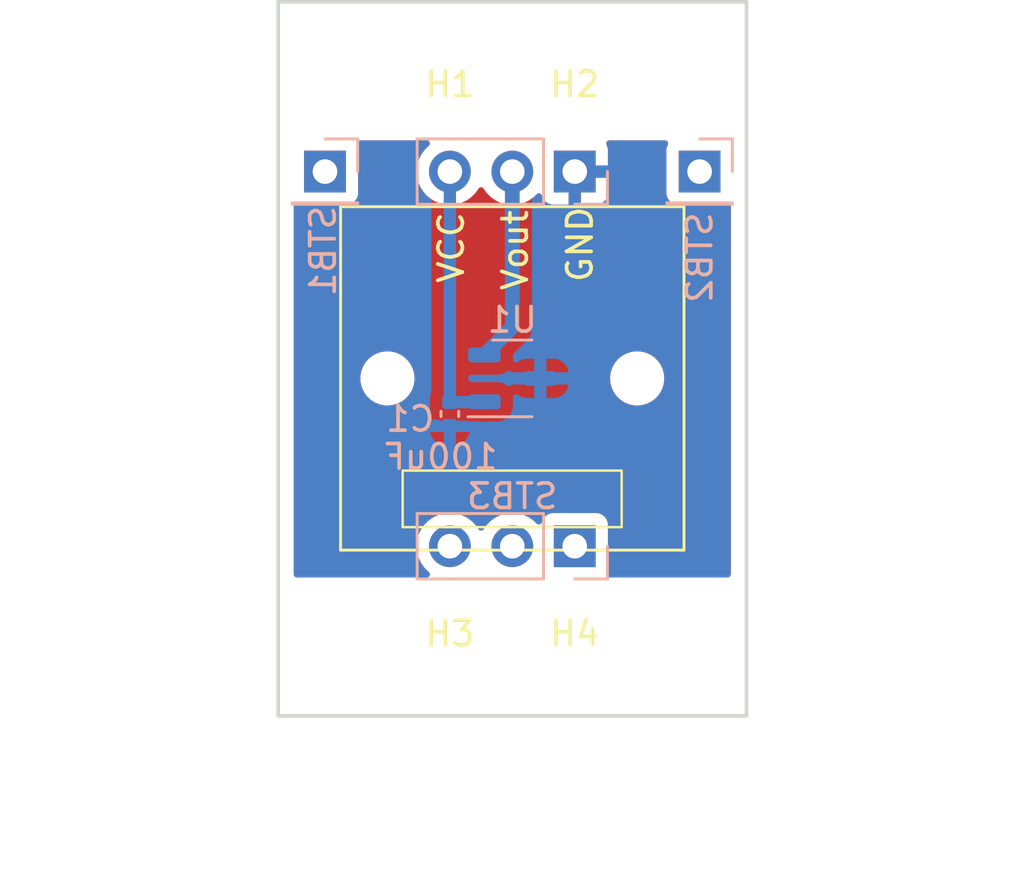
<source format=kicad_pcb>
(kicad_pcb (version 20221018) (generator pcbnew)
  (layers (0 "F.Cu" power) (31 "B.Cu" mixed) (34 "B.Paste" user) (35 "F.Paste" user) (36 "B.SilkS" user "B.Silkscreen") (37 "F.SilkS" user "F.Silkscreen") (38 "B.Mask" user) (39 "F.Mask" user) (44 "Edge.Cuts" user))
  (net 0 "")
  (net 1 "/Vout")
  (net 2 "GND")
  (net 3 "VCC")
  (footprint "Button_Switch_Keyboard:SW_Lekker_MX_1.00u_PCB" (layer "F.Cu") (at 100 100.79375 180)
    (fp_text reference "SW" hide)
    (fp_text value "SW_Lekker_MX_1.00u_PCB")
    (fp_line (start -6.985 -6.985) (end 6.985 -6.985) (stroke (width 0.12)) (layer "F.SilkS"))
    (fp_line (start -6.985 6.985) (end -6.985 -6.985) (stroke (width 0.12)) (layer "F.SilkS"))
    (fp_line (start 6.985 -6.985) (end 6.985 6.985) (stroke (width 0.12)) (layer "F.SilkS"))
    (fp_line (start 6.985 6.985) (end -6.985 6.985) (stroke (width 0.12)) (layer "F.SilkS"))
    (fp_rect (start -4.45 -6.05) (end 4.46 -3.75) (stroke (width 0.1)) (fill none) (layer "F.SilkS"))
    (pad "" np_thru_hole circle (at -5.08 0 180) (size 1.7 1.7) (drill 1.7) (layers "*.Cu" "*.Mask"))
    (pad "" np_thru_hole circle (at 5.08 0 180) (size 1.7 1.7) (drill 1.7) (layers "*.Cu" "*.Mask"))
  )
  (footprint "MountingHole:MountingHole_2.2mm_M2" (layer "F.Cu") (at 93.904 88.824)
    (fp_text reference "H1" (at 3.556 0) (layer "F.SilkS"))
    (fp_text value "MountingHole_2.2mm_M2")
    (pad "" np_thru_hole circle (at 0 0) (size 2.2 2.2) (drill 2.2) (layers "*.Cu" "*.Mask"))
  )
  (footprint "MountingHole:MountingHole_2.2mm_M2" (layer "F.Cu") (at 93.904 111.176)
    (fp_text reference "H3" (at 3.556 0) (layer "F.SilkS"))
    (fp_text value "MountingHole_2.2mm_M2")
    (pad "" np_thru_hole circle (at 0 0) (size 2.2 2.2) (drill 2.2) (layers "*.Cu" "*.Mask"))
  )
  (footprint "Panelization:mouse-bite-19mm" (layer "F.Cu") (at 100 109.525)
    (fp_text reference "MOUSE2" hide)
    (fp_text value "mouse-bite-19mm" hide)
    (pad "" np_thru_hole circle (at -9 0) (size 0.5 0.5) (drill 0.5) (layers "*.Cu" "*.Mask"))
    (pad "" np_thru_hole circle (at -8.25 0) (size 0.5 0.5) (drill 0.5) (layers "*.Cu" "*.Mask"))
    (pad "" np_thru_hole circle (at -7.5 0) (size 0.5 0.5) (drill 0.5) (layers "*.Cu" "*.Mask"))
    (pad "" np_thru_hole circle (at -6.75 0) (size 0.5 0.5) (drill 0.5) (layers "*.Cu" "*.Mask"))
    (pad "" np_thru_hole circle (at -6 0) (size 0.5 0.5) (drill 0.5) (layers "*.Cu" "*.Mask"))
    (pad "" np_thru_hole circle (at -5.25 0) (size 0.5 0.5) (drill 0.5) (layers "*.Cu" "*.Mask"))
    (pad "" np_thru_hole circle (at -4.5 0) (size 0.5 0.5) (drill 0.5) (layers "*.Cu" "*.Mask"))
    (pad "" np_thru_hole circle (at -3.75 0) (size 0.5 0.5) (drill 0.5) (layers "*.Cu" "*.Mask"))
    (pad "" np_thru_hole circle (at -3 0) (size 0.5 0.5) (drill 0.5) (layers "*.Cu" "*.Mask"))
    (pad "" np_thru_hole circle (at -2.25 0) (size 0.5 0.5) (drill 0.5) (layers "*.Cu" "*.Mask"))
    (pad "" np_thru_hole circle (at -1.5 0) (size 0.5 0.5) (drill 0.5) (layers "*.Cu" "*.Mask"))
    (pad "" np_thru_hole circle (at -0.75 0) (size 0.5 0.5) (drill 0.5) (layers "*.Cu" "*.Mask"))
    (pad "" np_thru_hole circle (at 0 0) (size 0.5 0.5) (drill 0.5) (layers "*.Cu" "*.Mask"))
    (pad "" np_thru_hole circle (at 0.75 0) (size 0.5 0.5) (drill 0.5) (layers "*.Cu" "*.Mask"))
    (pad "" np_thru_hole circle (at 1.5 0) (size 0.5 0.5) (drill 0.5) (layers "*.Cu" "*.Mask"))
    (pad "" np_thru_hole circle (at 2.25 0) (size 0.5 0.5) (drill 0.5) (layers "*.Cu" "*.Mask"))
    (pad "" np_thru_hole circle (at 3 0) (size 0.5 0.5) (drill 0.5) (layers "*.Cu" "*.Mask"))
    (pad "" np_thru_hole circle (at 3.75 0) (size 0.5 0.5) (drill 0.5) (layers "*.Cu" "*.Mask"))
    (pad "" np_thru_hole circle (at 4.5 0) (size 0.5 0.5) (drill 0.5) (layers "*.Cu" "*.Mask"))
    (pad "" np_thru_hole circle (at 5.25 0) (size 0.5 0.5) (drill 0.5) (layers "*.Cu" "*.Mask"))
    (pad "" np_thru_hole circle (at 6 0) (size 0.5 0.5) (drill 0.5) (layers "*.Cu" "*.Mask"))
    (pad "" np_thru_hole circle (at 6.75 0) (size 0.5 0.5) (drill 0.5) (layers "*.Cu" "*.Mask"))
    (pad "" np_thru_hole circle (at 7.5 0) (size 0.5 0.5) (drill 0.5) (layers "*.Cu" "*.Mask"))
    (pad "" np_thru_hole circle (at 8.25 0) (size 0.5 0.5) (drill 0.5) (layers "*.Cu" "*.Mask"))
    (pad "" np_thru_hole circle (at 9 0) (size 0.5 0.5) (drill 0.5) (layers "*.Cu" "*.Mask"))
  )
  (footprint "Panelization:mouse-bite-19mm" (layer "F.Cu") (at 99.9746 90.475)
    (fp_text reference "MOUSE1" hide)
    (fp_text value "mouse-bite-19mm" hide)
    (pad "" np_thru_hole circle (at -9 0) (size 0.5 0.5) (drill 0.5) (layers "*.Cu" "*.Mask"))
    (pad "" np_thru_hole circle (at -8.25 0) (size 0.5 0.5) (drill 0.5) (layers "*.Cu" "*.Mask"))
    (pad "" np_thru_hole circle (at -7.5 0) (size 0.5 0.5) (drill 0.5) (layers "*.Cu" "*.Mask"))
    (pad "" np_thru_hole circle (at -6.75 0) (size 0.5 0.5) (drill 0.5) (layers "*.Cu" "*.Mask"))
    (pad "" np_thru_hole circle (at -6 0) (size 0.5 0.5) (drill 0.5) (layers "*.Cu" "*.Mask"))
    (pad "" np_thru_hole circle (at -5.25 0) (size 0.5 0.5) (drill 0.5) (layers "*.Cu" "*.Mask"))
    (pad "" np_thru_hole circle (at -4.5 0) (size 0.5 0.5) (drill 0.5) (layers "*.Cu" "*.Mask"))
    (pad "" np_thru_hole circle (at -3.75 0) (size 0.5 0.5) (drill 0.5) (layers "*.Cu" "*.Mask"))
    (pad "" np_thru_hole circle (at -3 0) (size 0.5 0.5) (drill 0.5) (layers "*.Cu" "*.Mask"))
    (pad "" np_thru_hole circle (at -2.25 0) (size 0.5 0.5) (drill 0.5) (layers "*.Cu" "*.Mask"))
    (pad "" np_thru_hole circle (at -1.5 0) (size 0.5 0.5) (drill 0.5) (layers "*.Cu" "*.Mask"))
    (pad "" np_thru_hole circle (at -0.75 0) (size 0.5 0.5) (drill 0.5) (layers "*.Cu" "*.Mask"))
    (pad "" np_thru_hole circle (at 0 0) (size 0.5 0.5) (drill 0.5) (layers "*.Cu" "*.Mask"))
    (pad "" np_thru_hole circle (at 0.75 0) (size 0.5 0.5) (drill 0.5) (layers "*.Cu" "*.Mask"))
    (pad "" np_thru_hole circle (at 1.5 0) (size 0.5 0.5) (drill 0.5) (layers "*.Cu" "*.Mask"))
    (pad "" np_thru_hole circle (at 2.25 0) (size 0.5 0.5) (drill 0.5) (layers "*.Cu" "*.Mask"))
    (pad "" np_thru_hole circle (at 3 0) (size 0.5 0.5) (drill 0.5) (layers "*.Cu" "*.Mask"))
    (pad "" np_thru_hole circle (at 3.75 0) (size 0.5 0.5) (drill 0.5) (layers "*.Cu" "*.Mask"))
    (pad "" np_thru_hole circle (at 4.5 0) (size 0.5 0.5) (drill 0.5) (layers "*.Cu" "*.Mask"))
    (pad "" np_thru_hole circle (at 5.25 0) (size 0.5 0.5) (drill 0.5) (layers "*.Cu" "*.Mask"))
    (pad "" np_thru_hole circle (at 6 0) (size 0.5 0.5) (drill 0.5) (layers "*.Cu" "*.Mask"))
    (pad "" np_thru_hole circle (at 6.75 0) (size 0.5 0.5) (drill 0.5) (layers "*.Cu" "*.Mask"))
    (pad "" np_thru_hole circle (at 7.5 0) (size 0.5 0.5) (drill 0.5) (layers "*.Cu" "*.Mask"))
    (pad "" np_thru_hole circle (at 8.25 0) (size 0.5 0.5) (drill 0.5) (layers "*.Cu" "*.Mask"))
    (pad "" np_thru_hole circle (at 9 0) (size 0.5 0.5) (drill 0.5) (layers "*.Cu" "*.Mask"))
  )
  (footprint "MountingHole:MountingHole_2.2mm_M2" (layer "F.Cu") (at 106.096 111.176)
    (fp_text reference "H4" (at -3.556 0) (layer "F.SilkS"))
    (fp_text value "MountingHole_2.2mm_M2")
    (pad "" np_thru_hole circle (at 0 0) (size 2.2 2.2) (drill 2.2) (layers "*.Cu" "*.Mask"))
  )
  (footprint "MountingHole:MountingHole_2.2mm_M2" (layer "F.Cu") (at 106.096 88.824)
    (fp_text reference "H2" (at -3.556 0) (layer "F.SilkS"))
    (fp_text value "MountingHole_2.2mm_M2")
    (pad "" np_thru_hole circle (at 0 0) (size 2.2 2.2) (drill 2.2) (layers "*.Cu" "*.Mask"))
  )
  (footprint "Connector_PinHeader_2.54mm:PinHeader_1x03_P2.54mm_Vertical" (layer "B.Cu") (at 102.54 107.62 90)
    (fp_text reference "STB3" (at 2.032 -2.54) (layer "B.SilkS") (effects (justify mirror)))
    (fp_text value "PinHeader_1x03_P2.54mm_Vertical")
    (fp_line (start -1.33 -6.41) (end 1.33 -6.41) (stroke (width 0.12)) (layer "B.SilkS"))
    (fp_line (start -1.33 -1.27) (end -1.33 -6.41) (stroke (width 0.12)) (layer "B.SilkS"))
    (fp_line (start -1.33 -1.27) (end 1.33 -1.27) (stroke (width 0.12)) (layer "B.SilkS"))
    (fp_line (start -1.33 0) (end -1.33 1.33) (stroke (width 0.12)) (layer "B.SilkS"))
    (fp_line (start -1.33 1.33) (end 0 1.33) (stroke (width 0.12)) (layer "B.SilkS"))
    (fp_line (start 1.33 -1.27) (end 1.33 -6.41) (stroke (width 0.12)) (layer "B.SilkS"))
    (pad "1" thru_hole rect (at 0 0 90) (size 1.7 1.7) (drill 1) (layers "*.Cu" "*.Mask"))
    (pad "2" thru_hole oval (at 0 -2.54 90) (size 1.7 1.7) (drill 1) (layers "*.Cu" "*.Mask"))
    (pad "3" thru_hole oval (at 0 -5.08 90) (size 1.7 1.7) (drill 1) (layers "*.Cu" "*.Mask"))
  )
  (footprint "Connector_PinHeader_2.54mm:PinHeader_1x01_P2.54mm_Vertical" (layer "B.Cu") (at 92.38 92.38 180)
    (fp_text reference "STB1" (at 0.078508 -3.230927 90) (layer "B.SilkS") (effects (justify mirror)))
    (fp_text value "PinHeader_1x01_P2.54mm_Vertical")
    (fp_line (start -1.33 -1.33) (end 1.33 -1.33) (stroke (width 0.12)) (layer "B.SilkS"))
    (fp_line (start -1.33 -1.27) (end -1.33 -1.33) (stroke (width 0.12)) (layer "B.SilkS"))
    (fp_line (start -1.33 -1.27) (end 1.33 -1.27) (stroke (width 0.12)) (layer "B.SilkS"))
    (fp_line (start -1.33 0) (end -1.33 1.33) (stroke (width 0.12)) (layer "B.SilkS"))
    (fp_line (start -1.33 1.33) (end 0 1.33) (stroke (width 0.12)) (layer "B.SilkS"))
    (fp_line (start 1.33 -1.27) (end 1.33 -1.33) (stroke (width 0.12)) (layer "B.SilkS"))
    (pad "1" thru_hole rect (at 0 0 180) (size 1.7 1.7) (drill 1) (layers "*.Cu" "*.Mask"))
  )
  (footprint "Connector_PinHeader_2.54mm:PinHeader_1x01_P2.54mm_Vertical" (layer "B.Cu") (at 107.62 92.38 180)
    (fp_text reference "STB2" (at 0 -3.497883 90) (layer "B.SilkS") (effects (justify mirror)))
    (fp_text value "PinHeader_1x01_P2.54mm_Vertical")
    (fp_line (start -1.33 -1.33) (end 1.33 -1.33) (stroke (width 0.12)) (layer "B.SilkS"))
    (fp_line (start -1.33 -1.27) (end -1.33 -1.33) (stroke (width 0.12)) (layer "B.SilkS"))
    (fp_line (start -1.33 -1.27) (end 1.33 -1.27) (stroke (width 0.12)) (layer "B.SilkS"))
    (fp_line (start -1.33 0) (end -1.33 1.33) (stroke (width 0.12)) (layer "B.SilkS"))
    (fp_line (start -1.33 1.33) (end 0 1.33) (stroke (width 0.12)) (layer "B.SilkS"))
    (fp_line (start 1.33 -1.27) (end 1.33 -1.33) (stroke (width 0.12)) (layer "B.SilkS"))
    (pad "1" thru_hole rect (at 0 0 180) (size 1.7 1.7) (drill 1) (layers "*.Cu" "*.Mask"))
  )
  (footprint "Connector_PinHeader_2.54mm:PinHeader_1x03_P2.54mm_Vertical" (layer "B.Cu") (at 102.54 92.38 90)
    (fp_text reference "J1" hide)
    (fp_text value "Conn_01x03")
    (fp_line (start -1.33 -6.41) (end 1.33 -6.41) (stroke (width 0.12)) (layer "B.SilkS"))
    (fp_line (start -1.33 -1.27) (end -1.33 -6.41) (stroke (width 0.12)) (layer "B.SilkS"))
    (fp_line (start -1.33 -1.27) (end 1.33 -1.27) (stroke (width 0.12)) (layer "B.SilkS"))
    (fp_line (start -1.33 0) (end -1.33 1.33) (stroke (width 0.12)) (layer "B.SilkS"))
    (fp_line (start -1.33 1.33) (end 0 1.33) (stroke (width 0.12)) (layer "B.SilkS"))
    (fp_line (start 1.33 -1.27) (end 1.33 -6.41) (stroke (width 0.12)) (layer "B.SilkS"))
    (pad "1" thru_hole rect (at 0 0 90) (size 1.7 1.7) (drill 1) (layers "*.Cu" "*.Mask") (net 2 "GND"))
    (pad "2" thru_hole oval (at 0 -2.54 90) (size 1.7 1.7) (drill 1) (layers "*.Cu" "*.Mask") (net 1 "/Vout"))
    (pad "3" thru_hole oval (at 0 -5.08 90) (size 1.7 1.7) (drill 1) (layers "*.Cu" "*.Mask") (net 3 "VCC"))
  )
  (footprint "Package_TO_SOT_SMD:SOT-23-3" (layer "B.Cu") (at 100 100.79375)
    (fp_text reference "U1" (at 0 -2.38125 -360) (layer "B.SilkS") (effects (justify mirror)))
    (fp_text value "SLSS49E")
    (fp_line (start 0 -1.56) (end -0.8 -1.56) (stroke (width 0.12)) (layer "B.SilkS"))
    (fp_line (start 0 -1.56) (end 0.8 -1.56) (stroke (width 0.12)) (layer "B.SilkS"))
    (fp_line (start 0 1.56) (end -1.8 1.56) (stroke (width 0.12)) (layer "B.SilkS"))
    (fp_line (start 0 1.56) (end 0.8 1.56) (stroke (width 0.12)) (layer "B.SilkS"))
    (pad "1" smd roundrect (at -1.1375 0.95) (size 1.325 0.6) (layers "B.Cu" "B.Paste" "B.Mask") (net 3 "VCC"))
    (pad "2" smd roundrect (at -1.1375 -0.95) (size 1.325 0.6) (layers "B.Cu" "B.Paste" "B.Mask") (net 1 "/Vout"))
    (pad "3" smd roundrect (at 1.1375 0) (size 1.325 0.6) (layers "B.Cu" "B.Paste" "B.Mask") (net 2 "GND"))
  )
  (footprint "Capacitor_SMD:C_0402_1005Metric" (layer "B.Cu") (at 97.459211 102.239049 90)
    (fp_text reference "C1" (at -0.20537 -1.608015 180) (layer "B.SilkS") (effects (justify mirror)))
    (fp_text value "100n")
    (fp_line (start -0.107836 -0.36) (end 0.107836 -0.36) (stroke (width 0.12)) (layer "B.SilkS"))
    (fp_line (start -0.107836 0.36) (end 0.107836 0.36) (stroke (width 0.12)) (layer "B.SilkS"))
    (pad "1" smd roundrect (at -0.48 0 90) (size 0.56 0.62) (layers "B.Cu" "B.Paste" "B.Mask") (net 2 "GND"))
    (pad "2" smd roundrect (at 0.48 0 90) (size 0.56 0.62) (layers "B.Cu" "B.Paste" "B.Mask") (net 3 "VCC"))
  )
  (gr_rect (start 90.475 85.475) (end 109.525 114.525) (stroke (width 0.15)) (fill none) (layer "Edge.Cuts"))
  (gr_text "100uF" (at 99.492 104.572) (layer "B.SilkS") (effects (font (size 1 1)) (justify left bottom mirror)))
  (gr_text "GND" (at 103.336943 96.962389 90) (layer "F.SilkS") (effects (font (size 1 1)) (justify left bottom)))
  (gr_text "VCC" (at 98.097942 96.995759 90) (layer "F.SilkS") (effects (font (size 1 1)) (justify left bottom)))
  (gr_text "Vout" (at 100.700758 97.296083 90) (layer "F.SilkS") (effects (font (size 1 1)) (justify left bottom)))
  (segment (start 98.8625 99.84375) (end 100 98.70625) (width 0.6) (layer "B.Cu") (net 1))
  (segment (start 100 98.70625) (end 100 92.38) (width 0.6) (layer "B.Cu") (net 1))
  (segment (start 98.8625 99.84375) (end 98.88625 99.84375) (width 0.6) (layer "B.Cu") (net 1))
  (segment (start 97.46 101.75826) (end 97.46 92.38) (width 0.5) (layer "B.Cu") (net 3))
  (segment (start 98.847201 101.759049) (end 98.8625 101.74375) (width 0.6) (layer "B.Cu") (net 3))
  (segment (start 97.459211 101.759049) (end 98.847201 101.759049) (width 0.5) (layer "B.Cu") (net 3))
  (segment (start 97.459211 101.759049) (end 97.46 101.75826) (width 0.5) (layer "B.Cu") (net 3))
  (zone (net 2) (net_name "GND") (layers "F&B.Cu") (priority 1) (connect_pads (clearance 0.5)) (min_thickness 0.25) (fill yes (thermal_gap 0.5) (thermal_bridge_width 0.5))
    (polygon (pts (xy 91.11 91.11) (xy 108.89 91.11) (xy 108.89 108.89) (xy 91.11 108.89)))
  )
)
</source>
